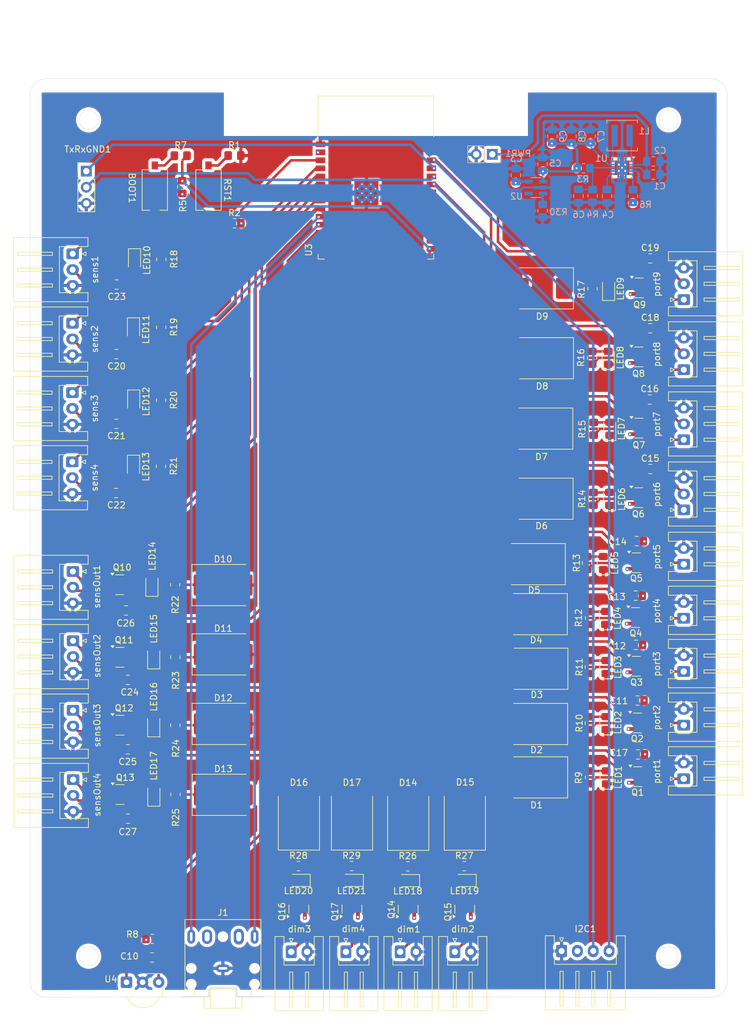
<source format=kicad_pcb>
(kicad_pcb (version 20240108) (generator "pcbnew") (generator_version "8.0")
  (layers (0 "F.Cu" signal) (1 "In1.Cu" power "5v.Cu") (2 "In2.Cu" mixed "3v3.Cu") (31 "B.Cu" signal) (34 "B.Paste" user) (35 "F.Paste" user) (36 "B.SilkS" user "B.Silkscreen") (37 "F.SilkS" user "F.Silkscreen") (38 "B.Mask" user) (39 "F.Mask" user) (44 "Edge.Cuts" user))
  (net 0 "")
  (net 1 "dim4")
  (net 2 "Net-(BOOT1-Pad1)")
  (net 3 "+5V")
  (net 4 "Net-(D5-K)")
  (net 5 "Net-(D6-K)")
  (net 6 "Net-(D7-K)")
  (net 7 "Net-(LED14-A)")
  (net 8 "Net-(D9-K)")
  (net 9 "Net-(D3-K)")
  (net 10 "Net-(D11-K)")
  (net 11 "Net-(LED10-A)")
  (net 12 "Net-(LED11-A)")
  (net 13 "Net-(LED15-A)")
  (net 14 "Net-(LED16-A)")
  (net 15 "Net-(LED17-A)")
  (net 16 "Net-(U1-VAUX)")
  (net 17 "Net-(D12-K)")
  (net 18 "Net-(U1-FB)")
  (net 19 "Net-(U4-Vs)")
  (net 20 "Net-(D1-K)")
  (net 21 "Net-(D2-K)")
  (net 22 "Net-(D4-K)")
  (net 23 "port7")
  (net 24 "port8")
  (net 25 "Net-(LED1-A)")
  (net 26 "Net-(LED2-A)")
  (net 27 "Net-(LED3-A)")
  (net 28 "Net-(LED4-A)")
  (net 29 "Net-(LED5-A)")
  (net 30 "Net-(LED6-A)")
  (net 31 "Net-(LED7-A)")
  (net 32 "Net-(LED8-A)")
  (net 33 "Net-(LED9-A)")
  (net 34 "Net-(D8-K)")
  (net 35 "Net-(PWR1-Pin_1)")
  (net 36 "port1")
  (net 37 "port2")
  (net 38 "port3")
  (net 39 "port4")
  (net 40 "port5")
  (net 41 "port6")
  (net 42 "port9")
  (net 43 "Net-(LED12-A)")
  (net 44 "Net-(LED13-A)")
  (net 45 "Net-(D10-K)")
  (net 46 "Net-(D13-K)")
  (net 47 "dim3")
  (net 48 "sens1")
  (net 49 "sens3")
  (net 50 "sensOut4")
  (net 51 "sens4")
  (net 52 "+3.3V")
  (net 53 "dim1")
  (net 54 "dim2")
  (net 55 "sensOut3")
  (net 56 "sens2")
  (net 57 "Net-(U3-IO26)")
  (net 58 "sensOut2")
  (net 59 "Net-(U3-IO25)")
  (net 60 "sensOut1")
  (net 61 "Net-(U3-EN)")
  (net 62 "Net-(R1-Pad1)")
  (net 67 "Net-(U1-L1)")
  (net 68 "Net-(U1-L2)")
  (net 69 "Net-(U1-PG)")
  (net 70 "Net-(U2-EN)")
  (net 71 "GND")
  (net 73 "Net-(TxRxGND1-Pin_1)")
  (net 74 "Net-(TxRxGND1-Pin_2)")
  (net 77 "Net-(U3-IO12)")
  (net 83 "Net-(LED18-A)")
  (net 84 "Net-(LED19-A)")
  (net 85 "Net-(LED20-A)")
  (net 86 "Net-(LED21-A)")
  (net 87 "Net-(D14-K)")
  (net 88 "Net-(D15-K)")
  (net 89 "Net-(D16-K)")
  (net 90 "Net-(D17-K)")
  (footprint "LED_SMD:LED_0805_2012Metric_Pad1.15x1.40mm_HandSolder" (layer "F.Cu") (at 55.198 144.533 90)
    (property "Reference" "LED17")
    (property "Value" "LED")
  )
  (footprint "Package_TO_SOT_SMD:SOT-23" (layer "F.Cu") (at 49.843 122.894)
    (property "Reference" "Q11")
    (property "Value" "IRLML6244")
  )
  (footprint "LED_SMD:LED_0805_2012Metric_Pad1.15x1.40mm_HandSolder" (layer "F.Cu") (at 126.46 116.675 90)
    (property "Reference" "LED4")
    (property "Value" "GREEN_0805")
  )
  (footprint "Resistor_SMD:R_0805_2012Metric_Pad1.20x1.40mm_HandSolder" (layer "F.Cu") (at 67.92 54.39)
    (property "Reference" "R2")
    (property "Value" "12K")
  )
  (footprint "Capacitor_SMD:C_0805_2012Metric_Pad1.18x1.45mm_HandSolder" (layer "F.Cu") (at 49.3 64.062)
    (property "Reference" "C23")
    (property "Value" "C")
  )
  (footprint "Package_TO_SOT_SMD:SOT-23" (layer "F.Cu") (at 78.0755 162.626 90)
    (property "Reference" "Q16")
    (property "Value" "IRLML6244")
  )
  (footprint "Resistor_SMD:R_0805_2012Metric_Pad1.20x1.40mm_HandSolder" (layer "F.Cu") (at 124.04 116.7 90)
    (property "Reference" "R12")
    (property "Value" "12K")
  )
  (footprint "LED_SMD:LED_0805_2012Metric_Pad1.15x1.40mm_HandSolder" (layer "F.Cu") (at 127.09 97.8875 90)
    (property "Reference" "LED6")
    (property "Value" "GREEN_0805")
  )
  (footprint "Resistor_SMD:R_0805_2012Metric_Pad1.20x1.40mm_HandSolder" (layer "F.Cu") (at 124.03 141.845 90)
    (property "Reference" "R9")
    (property "Value" "12K")
  )
  (footprint "Connector_JST:JST_XH_S3B-XH-A_1x03_P2.50mm_Horizontal" (layer "F.Cu") (at 42.39 59.21 -90)
    (property "Reference" "sens1")
    (property "Value" "Conn_01x03_Pin")
  )
  (footprint "Connector_PinHeader_2.54mm:PinHeader_1x03_P2.54mm_Vertical" (layer "F.Cu") (at 44.54 46.16)
    (property "Reference" "TxRxGND1")
    (property "Value" "Conn_01x03_Pin")
  )
  (footprint "Capacitor_SMD:C_0805_2012Metric_Pad1.18x1.45mm_HandSolder" (layer "F.Cu") (at 133.5225 93.18)
    (property "Reference" "C15")
    (property "Value" "100nF")
  )
  (footprint "Capacitor_SMD:C_0805_2012Metric_Pad1.18x1.45mm_HandSolder" (layer "F.Cu") (at 51.092 137.424 180)
    (property "Reference" "C25")
    (property "Value" "C")
  )
  (footprint "LED_SMD:LED_0805_2012Metric_Pad1.15x1.40mm_HandSolder" (layer "F.Cu") (at 126.52 124.4275 90)
    (property "Reference" "LED3")
    (property "Value" "GREEN_0805")
  )
  (footprint "Diode_SMD:D_SMC" (layer "F.Cu") (at 115.52 116.08 180)
    (property "Reference" "D4")
    (property "Value" "B340")
  )
  (footprint "Resistor_SMD:R_0805_2012Metric_Pad1.20x1.40mm_HandSolder" (layer "F.Cu") (at 58.5595 111.434 -90)
    (property "Reference" "R22")
    (property "Value" "R")
  )
  (footprint "Package_TO_SOT_SMD:SOT-23" (layer "F.Cu") (at 131.7125 75.48)
    (property "Reference" "Q8")
    (property "Value" "IRLML6244")
  )
  (footprint "Connector_JST:JST_XH_S2B-XH-A_1x02_P2.50mm_Horizontal" (layer "F.Cu") (at 138.81 108.21 90)
    (property "Reference" "port5")
    (property "Value" "JST_XH_2POS")
  )
  (footprint "Resistor_SMD:R_0805_2012Metric_Pad1.20x1.40mm_HandSolder" (layer "F.Cu") (at 54.95 167.34 180)
    (property "Reference" "R8")
    (property "Value" "470R")
  )
  (footprint "LED_SMD:LED_0805_2012Metric_Pad1.15x1.40mm_HandSolder" (layer "F.Cu") (at 51.99 71.175 -90)
    (property "Reference" "LED11")
    (property "Value" "GREEN_0805")
  )
  (footprint "Package_TO_SOT_SMD:SOT-23" (layer "F.Cu") (at 49.8435 133.614)
    (property "Reference" "Q12")
    (property "Value" "IRLML6244")
  )
  (footprint "Package_TO_SOT_SMD:SOT-23" (layer "F.Cu") (at 131.3225 124.31)
    (property "Reference" "Q3")
    (property "Value" "IRLML6244")
  )
  (footprint "LED_SMD:LED_0805_2012Metric_Pad1.15x1.40mm_HandSolder" (layer "F.Cu") (at 126.57 141.845 90)
    (property "Reference" "LED1")
    (property "Value" "GREEN_0805")
  )
  (footprint "Package_TO_SOT_SMD:SOT-23" (layer "F.Cu") (at 131.7025 97.7)
    (property "Reference" "Q6")
    (property "Value" "IRLML6244")
  )
  (footprint "Diode_SMD:D_SMC" (layer "F.Cu") (at 66.17 144.602)
    (property "Reference" "D13")
    (property "Value" "B340")
  )
  (footprint "Package_TO_SOT_SMD:SOT-23" (layer "F.Cu") (at 131.79 64.5875)
    (property "Reference" "Q9")
    (property "Value" "IRLML6244")
  )
  (footprint "Package_TO_SOT_SMD:SOT-23" (layer "F.Cu") (at 131.5075 133.26)
    (property "Reference" "Q2")
    (property "Value" "IRLML6244")
  )
  (footprint "Resistor_SMD:R_0805_2012Metric_Pad1.20x1.40mm_HandSolder" (layer "F.Cu") (at 56.34 82.32 90)
    (property "Reference" "R20")
    (property "Value" "R")
  )
  (footprint "Resistor_SMD:R_0805_2012Metric_Pad1.20x1.40mm_HandSolder" (layer "F.Cu") (at 124.55 97.8875 90)
    (property "Reference" "R14")
    (property "Value" "12K")
  )
  (footprint "Package_TO_SOT_SMD:SOT-23" (layer "F.Cu") (at 131.347 107.9735)
    (property "Reference" "Q5")
    (property "Value" "IRLML6244")
  )
  (footprint "LED_SMD:LED_0805_2012Metric_Pad1.15x1.40mm_HandSolder" (layer "F.Cu") (at 54.8935 111.414 90)
    (property "Reference" "LED14")
    (property "Value" "LED")
  )
  (footprint "Diode_SMD:D_SMC" (layer "F.Cu") (at 104.266 148.4275 90)
    (property "Reference" "D15")
    (property "Value" "B340")
  )
  (footprint "LED_SMD:LED_0805_2012Metric_Pad1.15x1.40mm_HandSolder" (layer "F.Cu") (at 52.022 82.565 -90)
    (property "Reference" "LED12")
    (property "Value" "GREEN_0805")
  )
  (footprint "Diode_SMD:D_SMC" (layer "F.Cu") (at 116.39 86.8 180)
    (property "Reference" "D7")
    (property "Value" "B340")
  )
  (footprint "OptoDevice:Vishay_MOLD-3Pin" (layer "F.Cu") (at 50.88 174.185)
    (property "Reference" "U4")
    (property "Value" "TSOP45xx")
  )
  (footprint "Capacitor_SMD:C_0805_2012Metric_Pad1.18x1.45mm_HandSolder" (layer "F.Cu") (at 51.112 148.364 180)
    (property "Reference" "C27")
    (property "Value" "C")
  )
  (footprint "Resistor_SMD:R_0805_2012Metric_Pad1.20x1.40mm_HandSolder" (layer "F.Cu") (at 123.98 133.2875 90)
    (property "Reference" "R10")
    (property "Value" "12K")
  )
  (footprint "Connector_JST:JST_XH_S3B-XH-A_1x03_P2.50mm_Horizontal" (layer "F.Cu") (at 42.45 131.26 -90)
    (property "Reference" "sensOut3")
    (property "Value" "Conn_01x03_Pin")
  )
  (footprint "Connector_JST:JST_XH_S2B-XH-A_1x02_P2.50mm_Horizontal" (layer "F.Cu") (at 138.79 116.73 90)
    (property "Reference" "port4")
    (property "Value" "JST_XH_2POS")
  )
  (footprint "Connector_JST:JST_XH_S3B-XH-A_1x03_P2.50mm_Horizontal" (layer "F.Cu") (at 138.81 99.62 90)
    (property "Reference" "port6")
    (property "Value" "JST_XH_3POS")
  )
  (footprint "Package_TO_SOT_SMD:SOT-23" (layer "F.Cu") (at 131.73 86.72)
    (property "Reference" "Q7")
    (property "Value" "IRLML6244")
  )
  (footprint "LED_SMD:LED_0805_2012Metric_Pad1.15x1.40mm_HandSolder" (layer "F.Cu") (at 95.269 158.15 180)
    (property "Reference" "LED18")
    (property "Value" "LED")
  )
  (footprint "Resistor_SMD:R_0805_2012Metric_Pad1.20x1.40mm_HandSolder" (layer "F.Cu") (at 124.35 75.6175 90)
    (property "Reference" "R16")
    (property "Value" "12K")
  )
  (footprint "Capacitor_SMD:C_0805_2012Metric_Pad1.18x1.45mm_HandSolder" (layer "F.Cu") (at 49.27 75.04)
    (property "Reference" "C20")
    (property "Value" "C")
  )
  (footprint "Capacitor_SMD:C_0805_2012Metric_Pad1.18x1.45mm_HandSolder" (layer "F.Cu") (at 49.24 96.97)
    (property "Reference" "C22")
    (property "Value" "C")
  )
  (footprint "LED_SMD:LED_0805_2012Metric_Pad1.15x1.40mm_HandSolder" (layer "F.Cu") (at 51.99 92.855 -90)
    (property "Reference" "LED13")
    (property "Value" "GREEN_0805")
  )
  (footprint "Connector_JST:JST_XH_S3B-XH-A_1x03_P2.50mm_Horizontal" (layer "F.Cu") (at 42.35 81.12 -90)
    (property "Reference" "sens3")
    (property "Value" "Conn_01x03_Pin")
  )
  (footprint "Diode_SMD:D_SMC" (layer "F.Cu") (at 66.1495 122.434)
    (property "Reference" "D11")
    (property "Value" "B340")
  )
  (footprint "Resistor_SMD:R_0805_2012Metric_Pad1.20x1.40mm_HandSolder" (layer "F.Cu") (at 59.67 48.67 90)
    (property "Reference" "R5")
    (property "Value" "12K")
  )
  (footprint "Connector_JST:JST_XH_S2B-XH-A_1x02_P2.50mm_Horizontal" (layer "F.Cu") (at 138.8 142.07 90)
    (property "Reference" "port1")
    (property "Value" "JST_XH_2POS")
  )
  (footprint "Resistor_SMD:R_0805_2012Metric_Pad1.20x1.40mm_HandSolder" (layer "F.Cu") (at 124.59 86.825 90)
    (property "Reference" "R15")
    (property "Value" "12K")
  )
  (footprint "LED_SMD:LED_0805_2012Metric_Pad1.15x1.40mm_HandSolder" (layer "F.Cu") (at 127.13 86.825 90)
    (property "Reference" "LED7")
    (property "Value" "GREEN_0805")
  )
  (footprint "Resistor_SMD:R_0805_2012Metric_Pad1.20x1.40mm_HandSolder" (layer "F.Cu") (at 123.98 124.4275 90)
    (property "Reference" "R11")
    (property "Value" "12K")
  )
  (footprint "Connector_Audio:Jack_3.5mm_CUI_SJ1-3525N_Horizontal" (layer "F.Cu") (at 66.1 171.99)
    (property "Reference" "J1")
    (property "Value" "AudioPlug3")
    (fp_line (start -2.2 3.5) (end -2.2 4.5) (stroke (width 0.12)) (layer "Edge.Cuts"))
    (fp_line (start -2.2 4.5) (end -6.5 4.5) (stroke (width 0.12)) (layer "Edge.Cuts"))
    (fp_line (start 1.8 3.1) (end -1.8 3.1) (stroke (width 0.12)) (layer "Edge.Cuts"))
    (fp_line (start 2.2 3.5) (end 2.2 4.5) (stroke (width 0.12)) (layer "Edge.Cuts"))
    (fp_line (start 2.2 4.5) (end 6.5 4.5) (stroke (width 0.12)) (layer "Edge.Cuts"))
    (fp_arc (start -2.2 3.5) (mid -2.082842 3.217158) (end -1.8 3.1) (stroke (width 0.12)) (layer "Edge.Cuts"))
    (fp_arc (start 1.8 3.1) (mid 2.082843 3.217157) (end 2.2 3.5) (stroke (width 0.12)) (layer "Edge.Cuts"))
  )
  (footprint "LED_SMD:LED_0805_2012Metric_Pad1.15x1.40mm_HandSolder" (layer "F.Cu") (at 126.52 133.2875 90)
    (property "Reference" "LED2")
    (property "Value" "GREEN_0805")
  )
  (footprint "Capacitor_SMD:C_0805_2012Metric_Pad1.18x1.45mm_HandSolder" (layer "F.Cu") (at 133.4425 82.2)
    (property "Reference" "C16")
    (property "Value" "100nF")
  )
  (footprint "Diode_SMD:D_SMC" (layer "F.Cu") (at 66.1195 111.492)
    (property "Reference" "D10")
    (property "Value" "B340")
  )
  (footprint "Capacitor_SMD:C_0805_2012Metric_Pad1.18x1.45mm_HandSolder" (layer "F.Cu") (at 50.8075 115.508 180)
    (property "Reference" "C26")
    (property "Value" "C")
  )
  (footprint "Resistor_SMD:R_0805_2012Metric_Pad1.20x1.40mm_HandSolder" (layer "F.Cu") (at 56.32 92.742 90)
    (property "Reference" "R21")
    (property "Value" "R")
  )
  (footprint "Resistor_SMD:R_0805_2012Metric_Pad1.20x1.40mm_HandSolder" (layer "F.Cu") (at 123.56 108.016 90)
    (property "Reference" "R13")
    (property "Value" "12K")
  )
  (footprint "LED_SMD:LED_0805_2012Metric_Pad1.15x1.40mm_HandSolder" (layer "F.Cu") (at 126.89 75.6175 90)
    (property "Reference" "LED8")
    (property "Value" "GREEN_0805")
  )
  (footprint "Connector_JST:JST_XH_S2B-XH-A_1x02_P2.50mm_Horizontal" (layer "F.Cu") (at 138.8 133.6 90)
    (property "Reference" "port2")
    (property "Value" "JST_XH_2POS")
  )
  (footprint "Diode_SMD:D_SMC" (layer "F.Cu") (at 86.4615 148.4135 90)
    (property "Reference" "D17")
    (property "Value" "B340")
  )
  (footprint "Diode_SMD:D_SMC" (layer "F.Cu") (at 115.58 133.42 180)
    (property "Reference" "D2")
    (property "Value" "B340")
  )
  (footprint "LED_SMD:LED_0805_2012Metric_Pad1.15x1.40mm_HandSolder" (layer "F.Cu") (at 55.178 133.584 90)
    (property "Reference" "LED16")
    (property "Value" "LED")
  )
  (footprint "Diode_SMD:D_SMC" (layer "F.Cu") (at 115.5775 141.85 180)
    (property "Reference" "D1")
    (property "Value" "B340")
  )
  (footprint "Connector_JST:JST_XH_S2B-XH-A_1x02_P2.50mm_Horizontal" (layer "F.Cu") (at 102.69 169.38)
    (property "Reference" "dim2")
    (property "Value" "Conn_01x02_Pin")
  )
  (footprint "Diode_SMD:D_SMC" (layer "F.Cu") (at 78.0855 148.4135 90)
    (property "Reference" "D16")
    (property "Value" "B340")
  )
  (footprint "Capacitor_SMD:C_0805_2012Metric_Pad1.18x1.45mm_HandSolder" (layer "F.Cu") (at 131.5 129.72)
    (property "Reference" "C11")
    (property "Value" "100nF")
  )
  (footprint "Connector_JST:JST_XH_S2B-XH-A_1x02_P2.50mm_Horizontal" (layer "F.Cu") (at 138.8 125.13 90)
    (property "Reference" "port3")
    (property "Value" "JST_XH_2POS")
  )
  (footprint "Resistor_SMD:R_0805_2012Metric_Pad1.20x1.40mm_HandSolder" (layer "F.Cu") (at 58.61 144.544 -90)
    (property "Reference" "R25")
    (property "Value" "R")
  )
  (footprint "Diode_SMD:D_SMC" (layer "F.Cu") (at 95.334 148.4575 90)
    (property "Reference" "D14")
    (property "Value" "B340")
  )
  (footprint "Capacitor_SMD:C_0805_2012Metric_Pad1.18x1.45mm_HandSolder" (layer "F.Cu") (at 131.58 138.23)
    (property "Reference" "C17")
    (property "Value" "100nF")
  )
  (footprint "Connector_JST:JST_XH_S2B-XH-A_1x02_P2.50mm_Horizontal" (layer "F.Cu") (at 76.87 169.38)
    (property "Reference" "dim3")
    (property "Value" "Conn_01x02_Pin")
  )
  (footprint "Diode_SMD:D_SMC" (layer "F.Cu") (at 116.5 75.69 180)
    (property "Reference" "D8")
    (property "Value" "B340")
  )
  (footprint "Package_TO_SOT_SMD:SOT-23" (layer "F.Cu") (at 86.4515 162.626 90)
    (property "Reference" "Q17")
    (property "Value" "IRLML6244")
  )
  (footprint "Package_TO_SOT_SMD:SOT-23" (layer "F.Cu") (at 49.8635 144.554)
    (property "Reference" "Q13")
    (property "Value" "IRLML6244")
  )
  (footprint "Connector_JST:JST_XH_S4B-XH-A_1x04_P2.50mm_Horizontal" (layer "F.Cu") (at 119.53 169.26)
    (property "Reference" "I2C1")
    (property "Value" "Conn_01x04_Pin")
  )
  (footprint "Diode_SMD:D_SMC" (layer "F.Cu") (at 116.43 97.86 180)
    (property "Reference" "D6")
    (property "Value" "B340")
  )
  (footprint "Package_TO_SOT_SMD:SOT-23" (layer "F.Cu") (at 104.256 162.64 90)
    (property "Reference" "Q15")
    (property "Value" "IRLML6244")
  )
  (footprint "LED_SMD:LED_0805_2012Metric_Pad1.15x1.40mm_HandSolder" (layer "F.Cu") (at 52.15 60.265 -90)
    (property "Reference" "LED10")
    (property "Value" "GREEN_0805")
  )
  (footprint "Connector_JST:JST_XH_S2B-XH-A_1x02_P2.50mm_Horizontal" (layer "F.Cu") (at 85.5 169.38)
    (property "Reference" "dim4")
    (property "Value" "Conn_01x02_Pin")
  )
  (footprint "Diode_SMD:D_SMC" (layer "F.Cu") (at 115.62 124.7 180)
    (property "Reference" "D3")
    (property "Value" "B340")
  )
  (footprint "Capacitor_SMD:C_0805_2012Metric_Pad1.18x1.45mm_HandSolder" (layer "F.Cu") (at 49.26 86.04)
    (property "Reference" "C21")
    (property "Value" "C")
  )
  (footprint "Package_TO_SOT_SMD:SOT-23" (layer "F.Cu") (at 95.324 162.67 90)
    (property "Reference" "Q14")
    (property "Value" "IRLML6244")
  )
  (footprint "Capacitor_SMD:C_0805_2012Metric_Pad1.18x1.45mm_HandSolder" (layer "F.Cu") (at 131.2685 120.9275)
    (property "Reference" "C12")
    (property "Value" "100nF")
  )
  (footprint "Connector_JST:JST_XH_S3B-XH-A_1x03_P2.50mm_Horizontal" (layer "F.Cu") (at 42.36 70.16 -90)
    (property "Reference" "sens2")
    (property "Value" "Conn_01x03_Pin")
  )
  (footprint "Diode_SMD:D_SMC" (layer "F.Cu") (at 66.15 133.408)
    (property "Reference" "D12")
    (property "Value" "B340")
  )
  (footprint "Connector_JST:JST_XH_S3B-XH-A_1x03_P2.50mm_Horizontal" (layer "F.Cu") (at 138.81 77.5 90)
    (property "Reference" "port8")
    (property "Value" "JST_XH_3POS")
  )
  (footprint "Capacitor_SMD:C_0805_2012Metric_Pad1.18x1.45mm_HandSolder" (layer "F.Cu") (at 133.51 70.96)
    (property "Reference" "C18")
    (property "Value" "100nF")
  )
  (footprint "Resistor_SMD:R_0805_2012Metric_Pad1.20x1.40mm_HandSolder" (layer "F.Cu") (at 59.43 43.72)
    (property "Reference" "R7")
    (property "Value" "470R")
  )
  (footprint "Connector_JST:JST_XH_S3B-XH-A_1x03_P2.50mm_Horizontal" (layer "F.Cu") (at 138.81 88.56 90)
    (property "Reference" "port7")
    (property "Value" "JST_XH_3POS")
  )
  (footprint "Package_TO_SOT_SMD:SOT-23" (layer "F.Cu") (at 131.5525 141.734)
    (property "Reference" "Q1")
    (property "Value" "IRLML6244")
  )
  (footprint "Package_TO_SOT_SMD:SOT-23" (layer "F.Cu") (at 49.813 111.444)
    (property "Reference" "Q10")
    (property "Value" "IRLML6244")
  )
  (footprint "Button_Switch_SMD:SW_Tactile_SPST_NO_Straight_CK_PTS636Sx25SMTRLFS" (layer "F.Cu") (at 63.82 49.135 -90)
    (property "Reference" "RST1")
    (property "Value" "SW_Push")
  )
  (footprint "LED_SMD:LED_0805_2012Metric_Pad1.15x1.40mm_HandSolder" (layer "F.Cu") (at 126.95 64.715 90)
    (property "Reference" "LED9")
    (property "Value" "GREEN_0805")
  )
  (footprint "Connector_JST:JST_XH_S3B-XH-A_1x03_P2.50mm_Horizontal" (layer "F.Cu") (at 138.81 66.44 90)
    (property "Reference" "port9")
    (property "Value" "JST_XH_3POS")
  )
  (footprint "Resistor_SMD:R_0805_2012Metric_Pad1.20x1.40mm_HandSolder" (layer "F.Cu") (at 124.41 64.715 90)
    (property "Reference" "R17")
    (property "Value" "12K")
  )
  (footprint "Resistor_SMD:R_0805_2012Metric_Pad1.20x1.40mm_HandSolder" (layer "F.Cu") (at 67.92 43.7)
    (property "Reference" "R1")
    (property "Value" "470R")
  )
  (footprint "Resistor_SMD:R_0805_2012Metric_Pad1.20x1.40mm_HandSolder" (layer "F.Cu") (at 58.5895 122.884 -90)
    (property "Reference" "R23")
    (property "Value" "R")
  )
  (footprint "Capacitor_SMD:C_0805_2012Metric_Pad1.18x1.45mm_HandSolder" (layer "F.Cu") (at 131.2325 113.16)
    (property "Reference" "C13")
    (property "Value" "100nF")
  )
  (footprint "Connector_JST:JST_XH_S3B-XH-A_1x03_P2.50mm_Horizontal" (layer "F.Cu") (at 42.4495 120.286 -90)
    (property "Reference" "sensOut2")
    (property "Value" "Conn_01x03_Pin")
  )
  (footprint "Resistor_SMD:R_0805_2012Metric_Pad1.20x1.40mm_HandSolder" (layer "F.Cu") (at 56.35 70.812 90)
    (property "Reference" "R19")
    (property "Value" "R")
  )
  (footprint "Package_TO_SOT_SMD:SOT-23" (layer "F.Cu") (at 131.2225 116.62)
    (property "Reference" "Q4")
    (property "Value" "IRLML6244")
  )
  (footprint "Capacitor_SMD:C_0805_2012Metric_Pad1.18x1.45mm_HandSolder" (layer "F.Cu") (at 51.0915 126.45 180)
    (property "Reference" "C24")
    (property "Value" "C")
  )
  (footprint "Resistor_SMD:R_0805_2012Metric_Pad1.20x1.40mm_HandSolder" (layer "F.Cu") (at 56.38 60.088 90)
    (property "Reference" "R18")
    (property "Value" "R")
  )
  (footprint "LED_SMD:LED_0805_2012Metric_Pad1.15x1.40mm_HandSolder" (layer "F.Cu") (at 86.3965 158.106 180)
    (property "Reference" "LED21")
    (property "Value" "LED")
  )
  (footprint "RF_Module:ESP32-WROOM-32D" (layer "F.Cu") (at 90.24 50.16)
    (property "Reference" "U3")
    (property "Value" "ESP32-WROOM-32E")
  )
  (footprint "Button_Switch_SMD:SW_Tactile_SPST_NO_Straight_CK_PTS636Sx25SMTRLFS" (layer "F.Cu") (at 55.35 49.135 -90)
    (property "Reference" "BOOT1")
    (property "Value" "SW_Push")
  )
  (footprint "Diode_SMD:D_SMC" (layer "F.Cu") (at 116.5 64.66 180)
    (property "Reference" "D9")
    (property "Value" "B340")
  )
  (footprint "LED_SMD:LED_0805_2012Metric_Pad1.15x1.40mm_HandSolder" (layer "F.Cu") (at 78.0205 158.106 180)
    (property "Reference" "LED20")
    (property "Value" "LED")
  )
  (footprint "Connector_JST:JST_XH_S3B-XH-A_1x03_P2.50mm_Horizontal" (layer "F.Cu") (at 42.33 92.05 -90)
    (property "Reference" "sens4")
    (property "Value" "Conn_01x03_Pin")
  )
  (footprint "LED_SMD:LED_0805_2012Metric_Pad1.15x1.40mm_HandSolder" (layer "F.Cu") (at 55.1775 122.864 90)
    (property "Reference" "LED15")
    (property "Value" "LED")
  )
  (footprint "LED_SMD:LED_0805_2012Metric_Pad1.15x1.40mm_HandSolder" (layer "F.Cu") (at 126.1 108.016 90)
    (property "Reference" "LED5")
    (property "Value" "GREEN_0805")
  )
  (footprint "Connector_JST:JST_XH_S2B-XH-A_1x02_P2.50mm_Horizontal" (layer "F.Cu") (at 94.06 169.38)
    (property "Reference" "dim1")
    (property "Value" "Conn_01x02_Pin")
  )
  (footprint "Connector_JST:JST_XH_S3B-XH-A_1x03_P2.50mm_Horizontal" (layer "F.Cu") (at 42.47 142.2 -90)
    (property "Reference" "sensOut4")
    (property "Value" "Conn_01x03_Pin")
  )
  (footprint "Resistor_SMD:R_0805_2012Metric_Pad1.20x1.40mm_HandSolder" (layer "F.Cu") (at 95.264 155.89)
    (property "Reference" "R26")
    (property "Value" "R")
  )
  (footprint "Resistor_SMD:R_0805_2012Metric_Pad1.20x1.40mm_HandSolder" (layer "F.Cu") (at 104.18 155.86)
    (property "Reference" "R27")
    (property "Value" "R")
  )
  (footprint "Capacitor_SMD:C_0805_2012Metric_Pad1.18x1.45mm_HandSolder" (layer "F.Cu") (at 131.3825 104.55)
    (property "Reference" "C14")
    (property "Value" "100nF")
  )
  (footprint "LED_SMD:LED_0805_2012Metric_Pad1.15x1.40mm_HandSolder" (layer "F.Cu") (at 104.201 158.12 180)
    (property "Reference" "LED19")
    (property "Value" "LED")
  )
  (footprint "Capacitor_SMD:C_0805_2012Metric_Pad1.18x1.45mm_HandSolder" (layer "F.Cu") (at 54.9125 170.28)
    (property "Reference" "C10")
    (property "Value" "100nF")
  )
  (footprint "Resistor_SMD:R_0805_2012Metric_Pad1.20x1.40mm_HandSolder" (layer "F.Cu") (at 86.3915 155.846)
    (property "Reference" "R29")
    (property "Value" "R")
  )
  (footprint "Capacitor_SMD:C_0805_2012Metric_Pad1.18x1.45mm_HandSolder" (layer "F.Cu") (at 133.51 59.93)
    (property "Reference" "C19")
    (property "Value" "100nF")
  )
  (footprint "Connector_JST:JST_XH_S3B-XH-A_1x03_P2.50mm_Horizontal" (layer "F.Cu") (at 42.4195 109.344 -90)
    (property "Reference" "sensOut1")
    (property "Value" "Conn_01x03_Pin")
  )
  (footprint "Diode_SMD:D_SMC" (layer "F.Cu") (at 115.2095 108.194 180)
    (property "Reference" "D5")
    (property "Value" "B340")
  )
  (footprint "Resistor_SMD:R_0805_2012Metric_Pad1.20x1.40mm_HandSolder" (layer "F.Cu") (at 58.59 133.62 -90)
    (property "Reference" "R24")
    (property "Value" "R")
  )
  (footprint "Resistor_SMD:R_0805_2012Metric_Pad1.20x1.40mm_HandSolder" (layer "F.Cu") (at 78.0155 155.846)
    (property "Reference" "R28")
    (property "Value" "R")
  )
  (footprint "Capacitor_SMD:C_0805_2012Metric_Pad1.18x1.45mm_HandSolder" (layer "B.Cu") (at 118.08 40.6625 90)
    (property "Reference" "C9")
    (property "Value" "22uF")
  )
  (footprint "Resistor_SMD:R_0805_2012Metric_Pad1.20x1.40mm_HandSolder" (layer "B.Cu") (at 124.43 50.06 90)
    (property "Reference" "R4")
    (property "Value" "111K")
  )
  (footprint "Capacitor_SMD:C_0805_2012Metric_Pad1.18x1.45mm_HandSolder" (layer "B.Cu") (at 122.19 50.08 -90)
    (property "Reference" "C6")
    (property "Value" "10pF")
  )
  (footprint "Connector_PinHeader_2.54mm:PinHeader_1x02_P2.54mm_Vertical" (layer "B.Cu") (at 108.6 43.5 90)
    (property "Reference" "PWR1")
    (property "Value" "Conn_01x02_Pin")
  )
  (footprint "Package_SON:Texas_S-PWSON-N10_ThermalVias" (layer "B.Cu") (at 129.07 45.6275 180)
    (property "Reference" "U1")
    (property "Value" "TPS63060")
  )
  (footprint "Resistor_SMD:R_0805_2012Metric_Pad1.20x1.40mm_HandSolder" (layer "B.Cu") (at 130.78 50.1075 -90)
    (property "Reference" "R6")
    (property "Value" "1M")
  )
  (footprint "Resistor_SMD:R_0805_2012Metric_Pad1.20x1.40mm_HandSolder" (layer "B.Cu") (at 122.99 45.7075 180)
    (property "Reference" "R3")
    (property "Value" "1M")
  )
  (footprint "Resistor_SMD:R_0805_2012Metric_Pad1.20x1.40mm_HandSolder" (layer "B.Cu") (at 116.5475 52.4 90)
    (property "Reference" "R30")
    (property "Value" "12K")
  )
  (footprint "Capacitor_SMD:C_0805_2012Metric_Pad1.18x1.45mm_HandSolder" (layer "B.Cu") (at 126.7 50.1 -90)
    (property "Reference" "C4")
    (property "Value" ".1uF")
  )
  (footprint "Capacitor_SMD:C_0805_2012Metric_Pad1.18x1.45mm_HandSolder" (layer "B.Cu") (at 121.09 40.6625 90)
    (property "Reference" "C8")
    (property "Value" "22uF")
  )
  (footprint "Capacitor_SMD:C_0805_2012Metric_Pad1.18x1.45mm_HandSolder" (layer "B.Cu") (at 116.5275 45.0485 90)
    (property "Reference" "C5")
    (property "Value" "1uF")
  )
  (footprint "Capacitor_SMD:C_0805_2012Metric_Pad1.18x1.45mm_HandSolder" (layer "B.Cu") (at 112.3195 46.8 90)
    (property "Reference" "C3")
    (property "Value" "1uF")
  )
  (footprint "Capacitor_SMD:C_0805_2012Metric_Pad1.18x1.45mm_HandSolder" (layer "B.Cu") (at 124.1 40.6625 90)
    (property "Reference" "C7")
    (property "Value" "22uF")
  )
  (footprint "Package_TO_SOT_SMD:SOT-23-5" (layer "B.Cu") (at 115.4625 48.75 180)
    (property "Reference" "U2")
    (property "Value" "AP2127K-3.3")
  )
  (footprint "Capacitor_SMD:C_0805_2012Metric_Pad1.18x1.45mm_HandSolder" (layer "B.Cu") (at 134.0055 44.6315)
    (property "Reference" "C2")
    (property "Value" "10uF")
  )
  (footprint "Capacitor_SMD:C_0805_2012Metric_Pad1.18x1.45mm_HandSolder" (layer "B.Cu") (at 134.003 46.6915 180)
    (property "Reference" "C1")
    (property "Value" "10uF")
  )
  (footprint "Inductor_SMD:L_Coilcraft_XAL4020-XXX" (layer "B.Cu") (at 129.09 40.5375)
    (property "Reference" "L1")
    (property "Value" "L")
  )
  (gr_line (start 72.6 176.49) (end 143.16 176.56) (stroke (width 0.05)) (layer "Edge.Cuts"))
  (gr_arc (start 143.16 31.57) (mid 144.927767 32.302233) (end 145.66 34.07) (stroke (width 0.05)) (layer "Edge.Cuts"))
  (gr_arc (start 35.66 34.07) (mid 36.392233 32.302233) (end 38.16 31.57) (stroke (width 0.05)) (layer "Edge.Cuts"))
  (gr_circle (center 44.91 170.07) (end 46.41 170.07) (stroke (width 0.05)) (fill none) (layer "Edge.Cuts"))
  (gr_line (start 145.66 34.07) (end 145.66 174.06) (stroke (width 0.05)) (layer "Edge.Cuts"))
  (gr_line (start 143.16 31.57) (end 38.16 31.57) (stroke (width 0.05)) (layer "Edge.Cuts"))
  (gr_circle (center 136.41 170.07) (end 137.91 170.07) (stroke (width 0.05)) (fill none) (layer "Edge.Cuts"))
  (gr_arc (start 38.16 176.55) (mid 36.392233 175.817767) (end 35.66 174.05) (stroke (width 0.05)) (layer "Edge.Cuts"))
  (gr_line (start 38.16 176.55) (end 59.6 176.49) (stroke (width 0.05)) (layer "Edge.Cuts"))
  (gr_line (start 35.66 34.07) (end 35.66 174.05) (stroke (width 0.05)) (layer "Edge.Cuts"))
  (gr_circle (center 136.41 38.07) (end 137.91 38.07) (stroke (width 0.05)) (fill none) (layer "Edge.Cuts"))
  (gr_circle (center 44.91 38.07) (end 46.41 38.07) (stroke (width 0.05)) (fill none) (layer "Edge.Cuts"))
  (gr_arc (start 145.66 174.06) (mid 144.927767 175.827767) (end 143.16 176.56) (stroke (width 0.05)) (layer "Edge.Cuts"))
  (segment (start 59.7 47.7) (end 59.67 44.48) (width 0.4) (layer "F.Cu") (net 1))
  (segment (start 103.306 163.5775) (end 99.8 160.0715) (width 0.4) (layer "F.Cu") (net 1))
  (segment (start 59.67 47.67) (end 59.7 47.7) (width 0.4) (layer "F.Cu") (net 1))
  (segment (start 98.99 139.19) (end 98.7 58.4) (width 0.4) (layer "F.Cu") (net 1))
  (segment (start 99.8 160.0715) (end 99.8 140) (width 0.4) (layer "F.Cu") (net 1))
  (segment (start 59.67 44.48) (end 60.43 43.72) (width 0.4) (layer "F.Cu") (net 1))
  (segment (start 99.8 140) (end 98.99 139.19) (width 0.4) (layer "F.Cu") (net 1))
  (segment (start 98.7 58.4) (end 98.99 58.42) (width 0.4) (layer "F.Cu") (net 1))
  (via (at 59.7 47.7) (size 0.6) (drill 0.3) (layers "F.Cu" "B.Cu") (net 1))
  (via (at 98.7 58.4) (size 0.6) (drill 0.3) (layers "F.Cu" "B.Cu") (net 1))
  (segment (start 59.7 47.7) (end 63.73 51.73) (width 0.4) (layer "B.Cu") (net 1))
  (segment (start 92.03 51.73) (end 98.7 58.4) (width 0.4) (layer "B.Cu") (net 1))
  (segment (start 63.73 51.73) (end 92.03 51.73) (width 0.4) (layer "B.Cu") (net 1))
  (segment (start 56.89 45.26) (end 58.43 43.72) (width 0.4) (layer "F.Cu") (net 2))
  (segment (start 55.35 45.26) (end 56.89 45.26) (width 0.4) (layer "F.Cu") (net 2))
  (segment (start 48.9055 123.844) (end 48.9055 125.3015) (width 0.4) (layer "F.Cu") (net 3))
  (segment (start 134.87 93.18) (end 138.81 97.12) (width 0.4) (layer "F.Cu") (net 3))
  (segment (start 48.906 136.2755) (end 50.0545 137.424) (width 0.4) (layer "F.Cu") (net 3))
  (segment (start 48.8755 112.394) (end 48.8755 114.6135) (width 0.4) (layer "F.Cu") (net 3))
  (segment (start 42.45 133.76) (end 43.254 134.564) (width 0.4) (layer "F.Cu") (net 3))
  (segment (start 42.4195 111.844) (end 42.9695 112.394) (width 0.4) (layer "F.Cu") (net 3))
  (segment (start 43.5075 123.844) (end 48.9055 123.844) (width 0.4) (layer "F.Cu") (net 3))
  (segment (start 44.77 86.04) (end 42.35 83.62) (width 0.4) (layer "F.Cu") (net 3))
  (segment (start 50.0745 148.364) (end 50.0745 146.6525) (width 0.4) (layer "F.Cu") (net 3))
  (segment (start 44.742 64.062) (end 42.39 61.71) (width 0.4) (layer "F.Cu") (net 3))
  (segment (start 48.2625 64.062) (end 44.742 64.062) (width 0.4) (layer "F.Cu") (net 3))
  (segment (start 43.254 134.564) (end 48.906 134.564) (width 0.4) (layer "F.Cu") (net 3))
  (segment (start 44.74 75.04) (end 42.36 72.66) (width 0.4) (layer "F.Cu") (net 3))
  (segment (start 48.2225 86.04) (end 44.77 86.04) (width 0.4) (layer "F.Cu") (net 3))
  (segment (start 43.274 145.504) (end 42.47 144.7) (width 0.4) (layer "F.Cu") (net 3))
  (segment (start 48.906 134.564) (end 48.906 136.2755) (width 0.4) (layer "F.Cu") (net 3))
  (segment (start 134.48 82.2) (end 138.34 86.06) (width 0.4) (layer "F.Cu") (net 3))
  (segment (start 44.75 96.97) (end 42.33 94.55) (width 0.4) (layer "F.Cu") (net 3))
  (segment (start 42.9695 112.394) (end 48.8755 112.394) (width 0.4) (layer "F.Cu") (net 3))
  (segment (start 138.34 86.06) (end 138.81 86.06) (width 0.4) (layer "F.Cu") (net 3))
  (segment (start 42.4495 122.786) (end 43.5075 123.844) (width 0.4) (layer "F.Cu") (net 3))
  (segment (start 48.2025 96.97) (end 44.75 96.97) (width 0.4) (layer "F.Cu") (net 3))
  (segment (start 48.926 145.504) (end 43.274 145.504) (width 0.4) (layer "F.Cu") (net 3))
  (segment (start 134.5475 70.96) (end 134.77 70.96) (width 0.4) (layer "F.Cu") (net 3))
  (segment (start 48.8755 114.6135) (end 49.77 115.508) (width 0.4) (layer "F.Cu") (net 3))
  (segment (start 48.9055 125.3015) (end 50.054 126.45) (width 0.4) (layer "F.Cu") (net 3))
  (segment (start 134.5475 59.93) (end 134.8 59.93) (width 0.4) (layer "F.Cu") (net 3))
  (segment (start 134.8 59.93) (end 138.81 63.94) (width 0.4) (layer "F.Cu") (net 3))
  (segment (start 48.2325 75.04) (end 44.74 75.04) (width 0.4) (layer "F.Cu") (net 3))
  (segment (start 134.77 70.96) (end 138.81 75) (width 0.4) (layer "F.Cu") (net 3))
  (segment (start 50.0745 146.6525) (end 48.926 145.504) (width 0.4) (layer "F.Cu") (net 3))
  (segment (start 134.56 93.18) (end 134.87 93.18) (width 0.4) (layer "F.Cu") (net 3))
  (via (at 121.1 41.9) (size 0.6) (drill 0.3) (layers "F.Cu" "B.Cu") (net 3))
  (via (at 130.4 65.6) (size 0.6) (drill 0.3) (layers "F.Cu" "B.Cu") (net 3))
  (via (at 124.1 41.8) (size 0.6) (drill 0.3) (layers "F.Cu" "B.Cu") (net 3))
  (via (at 129.9 109) (size 0.6) (drill 0.3) (layers "F.Cu" "B.Cu") (net 3))
  (via (at 132.4 121) (size 0.6) (drill 0.3) (layers "F.Cu" "B.Cu") (net 3))
  (via (at 130.3 87.7) (size 0.6) (drill 0.3) (layers "F.Cu" "B.Cu") (net 3))
  (via (at 96.3 164) (size 0.6) (drill 0.3) (layers "F.Cu" "B.Cu") (net 3))
  (via (at 132.4 113.2) (size 0.6) (drill 0.3) (layers "F.Cu" "B.Cu") (net 3))
  (via (at 54 167.5) (size 0.6) (drill 0.3) (layers "F.Cu" "B.Cu") (net 3))
  (via (at 116.6 46.2) (size 0.6) (drill 0.3) (layers "F.Cu" "B.Cu") (net 3))
  (via (at 132.7 138.2) (size 0.6) (drill 0.3) (layers "F.Cu" "B.Cu") (net 3))
  (via (at 130.1 134.2) (size 0.6) (drill 0.3) (layers "F.Cu" "B.Cu") (net 3))
  (via (at 118 41.8) (size 0.6) (drill 0.3) (layers "F.Cu" "B.Cu") (net 3))
  (via (at 130.2 142.7) (size 0.6) (drill 0.3) (layers "F.Cu" "B.Cu") (net 3))
  (via (at 79 164) (size 0.6) (drill 0.3) (layers "F.Cu" "B.Cu") (net 3))
  (via (at 130.3 76.5) (size 0.6) (drill 0.3) (layers "F.Cu" "B.Cu") (net 3))
  (via (at 132.6 129.7) (size 0.6) (drill 0.3) (layers "F.Cu" "B.Cu") (net 3))
  (via (at 121.9 45.7) (size 0.6) (drill 0.3) (layers "F.Cu" "B.Cu") (net 3))
  (via (at 129.8 117.6) (size 0.6) (drill 0.3) (layers "F.Cu" "B.Cu") (net 3))
  (via (at 105.2 163.9) (size 0.6) (drill 0.3) (layers "F.Cu" "B.Cu") (net 3))
  (via (at 130.8 51.2) (size 0.6) (drill 0.3) (layers "F.Cu" "B.Cu") (net 3))
  (via (at 129.9 125.3) (size 0.6) (drill 0.3) (layers "F.Cu" "B.Cu") (net 3))
  (via (at 130.3 98.7) (size 0.6) (drill 0.3) (layers "F.Cu" "B.Cu") (net 3))
  (via (at 87.4 163.9) (size 0.6) (drill 0.3) (layers "F.Cu" "B.Cu") (net 3))
  (via (at 132.6 104.6) (size 0.6) (drill 0.3) (layers "F.Cu" "B.Cu") (net 3))
  (segment (start 121.1 41.9) (end 121.99 42.79) (width 0.4) (layer "B.Cu") (net 3))
  (segment (start 118 41.8) (end 124.1 41.8) (width 0.4) (layer "B.Cu") (net 3))
  (segment (start 121.99 42.79) (end 121.99 45.7075) (width 0.4) (layer "B.Cu") (net 3))
  (segment (start 121.4 46.2) (end 121.9 45.7) (width 0.4) (layer "B.Cu") (net 3))
  (segment (start 116.6 46.2) (end 116.6 47.8) (width 0.4) (layer "B.Cu") (net 3))
  (segment (start 126.93 45.1275) (end 124.1 42.2975) (width 0.2) (layer "B.Cu") (net 3))
  (segment (start 116.6 46.2) (end 121.4 46.2) (width 0.4) (layer "B.Cu") (net 3))
  (segment (start 124.1 42.2975) (end 124.1 41.8) (width 0.2) (layer "B.Cu") (net 3))
  (segment (start 127.595 45.1275) (end 126.93 45.1275) (width 0.2) (layer "B.Cu") (net 3))
  (segment (start 138.5735 107.9735) (end 138.81 108.21) (width 0.4) (layer "F.Cu") (net 4))
  (segment (start 132.242 108.016) (end 124.6 108.016) (width 0.4) (layer "F.Cu") (net 4))
  (segment (start 132.2845 107.9735) (end 132.242 108.016) (width 0.4) (layer "F.Cu") (net 4))
  (segment (start 123.56 109.016) (end 123.6 109.016) (width 0.4) (layer "F.Cu") (net 4))
  (segment (start 124.6 108.016) (end 118.7875 108.016) (width 0.4) (layer "F.Cu") (net 4))
  (segment (start 118.7875 108.016) (end 118.6095 108.194) (width 0.4) (layer "F.Cu") (net 4))
  (segment (start 123.6 109.016) (end 124.6 108.016) (width 0.4) (layer "F.Cu") (net 4))
  (segment (start 132.2845 107.9735) (end 138.5735 107.9735) (width 0.4) (layer "F.Cu") (net 4))
  (segment (start 124.55 98.8875) (end 124.6 98.8875) (width 0.4) (layer "F.Cu") (net 5))
  (segment (start 132.4525 97.8875) (end 125.6 97.8875) (width 0.4) (layer "F.Cu") (net 5))
  (segment (start 132.64 97.7) (end 136.89 97.7) (width 0.4) (layer "F.Cu") (net 5))
  (segment (start 132.64 97.7) (end 132.4525 97.8875) (width 0.4) (layer "F.Cu") (net 5))
  (segment (start 124.6 98.8875) (end 125.6 97.8875) (width 0.4) (layer "F.Cu") (net 5))
  (segment (start 119.8575 97.8875) (end 119.83 97.86) (width 0.4) (layer "F.Cu") (net 5))
  (segment (start 125.6 97.8875) (end 119.8575 97.8875) (width 0.4) (layer "F.Cu") (net 5))
  (segment (start 136.89 97.7) (end 138.81 99.62) (width 0.4) (layer "F.Cu") (net 5))
  (segment (start 124.6 87.825) (end 125.6 86.825) (width 0.4) (layer "F.Cu") (net 6))
  (segment (start 125.6 86.825) (end 119.815 86.825) (width 0.4) (layer "F.Cu") (net 6))
  (segment (start 134.5075 88.56) (end 132.6675 86.72) (width 0.4) (layer "F.Cu") (net 6))
  (segment (start 132.5625 86.825) (end 125.6 86.825) (width 0.4) (layer "F.Cu") (net 6))
  (segment (start 124.59 87.825) (end 124.6 87.825) (width 0.4) (layer "F.Cu") (net 6))
  (segment (start 138.81 88.56) (end 134.5075 88.56) (width 0.4) (layer "F.Cu") (net 6))
  (segment (start 132.6675 86.72) (end 132.5625 86.825) (width 0.4) (layer "F.Cu") (net 6))
  (segment (start 119.815 86.825) (end 119.79 86.8) (width 0.4) (layer "F.Cu") (net 6))
  (segment (start 54.9385 110.434) (end 54.8935 110.389) (width 0.4) (layer "F.Cu") (net 7))
  (segment (start 58.5595 110.434) (end 54.9385 110.434) (width 0.4) (layer "F.Cu") (net 7))
  (segment (start 132.6 64.715) (end 125.4 64.715) (width 0.4) (layer "F.Cu") (net 8))
  (segment (start 132.7275 64.5875) (end 132.7275 65.181974) (width 0.4) (layer "F.Cu") (net 8))
  (segment (start 132.7275 65.181974) (end 133.985526 66.44) (width 0.4) (layer "F.Cu") (net 8))
  (segment (start 132.7275 64.5875) (end 132.6 64.715) (width 0.4) (layer "F.Cu") (net 8))
  (segment (start 125.4 64.715) (end 119.955 64.715) (width 0.4) (layer "F.Cu") (net 8))
  (segment (start 124.41 65.705) (end 125.4 64.715) (width 0.4) (layer "F.Cu") (net 8))
  (segment (start 133.985526 66.44) (end 138.81 66.44) (width 0.4) (layer "F.Cu") (net 8))
  (segment (start 124.41 65.715) (end 124.41 65.705) (width 0.4) (layer "F.Cu") (net 8))
  (segment (start 119.955 64.715) (end 119.9 64.66) (width 0.4) (layer "F.Cu") (net 8))
  (segment (start 132.1425 124.4275) (end 125 124.4275) (width 0.4) (layer "F.Cu") (net 9))
  (segment (start 133.08 125.13) (end 132.26 124.31) (width 0.4) (layer "F.Cu") (net 9))
  (segment (start 125 124.4275) (end 119.2925 124.4275) (width 0.4) (layer "F.Cu") (net 9))
  (segment (start 123.98 125.4275) (end 124 125.4275) (width 0.4) (layer "F.Cu") (net 9))
  (segment (start 132.26 124.31) (end 132.1425 124.4275) (width 0.4) (layer "F.Cu") (net 9))
  (segment (start 124 125.4275) (end 125 124.4275) (width 0.4) (layer "F.Cu") (net 9))
  (segment (start 119.2925 124.4275) (end 119.02 124.7) (width 0.4) (layer "F.Cu") (net 9))
  (segment (start 138.8 125.13) (end 133.08 125.13) (width 0.4) (layer "F.Cu") (net 9))
  (segment (start 62.2895 122.894) (end 62.7495 122.434) (width 0.4) (layer "F.Cu") (net 10))
  (segment (start 50.7805 122.894) (end 57.63 122.894) (width 0.4) (layer "F.Cu") (net 10))
  (segment (start 58.5895 123.884) (end 58.5895 123.8535) (width 0.4) (layer "F.Cu") (net 10))
  (segment (start 50.7805 122.894) (end 45.0575 122.894) (width 0.4) (layer "F.Cu") (net 10))
  (segment (start 45.0575 122.894) (end 42.4495 120.286) (width 0.4) (layer "F.Cu") (net 10))
  (segment (start 57.63 122.894) (end 62.2895 122.894) (width 0.4) (layer "F.Cu") (net 10))
  (segment (start 58.5895 123.8535) (end 57.63 122.894) (width 0.4) (layer "F.Cu") (net 10))
  (segment (start 52.352 61.088) (end 52.15 61.29) (width 0.4) (layer "F.Cu") (net 11))
  (segment (start 56.38 61.088) (end 52.352 61.088) (width 0.4) (layer "F.Cu") (net 11))
  (segment (start 52.378 71.812) (end 51.99 72.2) (width 0.4) (layer "F.Cu") (net 12))
  (segment (start 56.35 71.812) (end 52.378 71.812) (width 0.4) (layer "F.Cu") (net 12))
  (segment (start 58.5895 121.884) (end 55.2225 121.884) (width 0.4) (layer "F.Cu") (net 13))
  (segment (start 55.2225 121.884) (end 55.1775 121.839) (width 0.4) (layer "F.Cu") (net 13))
  (segment (start 58.59 132.62) (end 55.239 132.62) (width 0.4) (layer "F.Cu") (net 14))
  (segment (start 55.239 132.62) (end 55.178 132.559) (width 0.4) (layer "F.Cu") (net 14))
  (segment (start 55.234 143.544) (end 55.198 143.508) (width 0.4) (layer "F.Cu") (net 15))
  (segment (start 58.61 143.544) (end 55.234 143.544) (width 0.4) (layer "F.Cu") (net 15))
  (segment (start 126.7 47.2375) (end 127.31 46.6275) (width 0.2) (layer "B.Cu") (net 16))
  (segment (start 126.7 49.0625) (end 126.7 47.2375) (width 0.2) (layer "B.Cu") (net 16))
  (segment (start 50.781 133.614) (end 44.804 133.614) (width 0.4) (layer "F.Cu") (net 17))
  (segment (start 57.57 133.62) (end 62.538 133.62) (width 0.4) (layer "F.Cu") (net 17))
  (segment (start 44.804 133.614) (end 42.45 131.26) (width 0.4) (layer "F.Cu") (net 17))
  (segment (start 58.59 134.62) (end 58.57 134.62) (width 0.4) (layer "F.Cu") (net 17))
  (segment (start 50.781 133.614) (end 50.787 133.62) (width 0.4) (layer "F.Cu") (net 17))
  (segment (start 62.538 133.62) (end 62.75 133.408) (width 0.4) (layer "F.Cu") (net 17))
  (segment (start 50.787 133.62) (end 57.57 133.62) (width 0.4) (layer "F.Cu") (net 17))
  (segment (start 58.57 134.62) (end 57.57 133.62) (width 0.4) (layer "F.Cu") (net 17))
  (segment (start 124.43 46.3175) (end 124.43 49.06) (width 0.2) (layer "B.Cu") (net 18))
  (segment (start 124.07 45.6275) (end 127.595 45.6275) (width 0.2) (layer "B.Cu") (net 18))
  (segment (start 124.4125 49.0425) (end 124.43 49.06) (width 0.2) (layer "B.Cu") (net 18))
  (segment (start 123.99 45.7075) (end 123.99 45.8775) (width 0.2) (layer "B.Cu") (net 18))
  (segment (start 123.99 45.8775) (end 124.43 46.3175) (width 0.2) (layer "B.Cu") (net 18))
  (segment (start 123.99 45.7075) (end 124.07 45.6275) (width 0.2) (layer "B.Cu") (net 18))
  (segment (start 122.19 49.0425) (end 124.4125 49.0425) (width 0.2) (layer "B.Cu") (net 18))
  (segment (start 55.95 170.28) (end 55.95 167.34) (width 0.4) (layer "F.Cu") (net 19))
  (segment (start 55.95 174.175) (end 55.96 174.185) (width 0.4) (layer "F.Cu") (net 19))
  (segment (start 55.95 170.28) (end 55.95 174.175) (width 0.4) (layer "F.Cu") (net 19))
  (segment (start 124.03 142.845) (end 124.03 142.82) (width 0.4) (layer "F.Cu") (net 20))
  (segment (start 132.826 142.07) (end 132.49 141.734) (width 0.4) (layer "F.Cu") (net 20))
  (segment (start 138.8 142.07) (end 132.826 142.07) (width 0.4) (layer "F.Cu") (net 20))
  (segment (start 132.374 141.85) (end 125 141.85) (width 0.4) (layer "F.Cu") (net 20))
  (segment (start 125 141.85) (end 118.9775 141.85) (width 0.4) (layer "F.Cu") (net 20))
  (segment (start 124.03 142.82) (end 125 141.85) (width 0.4) (layer "F.Cu") (net 20))
  (segment (start 132.49 141.734) (end 132.374 141.85) (width 0.4) (layer "F.Cu") (net 20))
  (segment (start 138.46 133.26) (end 138.8 133.6) (width 0.4) (layer "F.Cu") (net 21))
  (segment (start 124 134.2875) (end 125 133.2875) (width 0.4) (layer "F.Cu") (net 21))
  (segment (start 132.445 133.26) (end 138.46 133.26) (width 0.4) (layer "F.Cu") (net 21))
  (segment (start 125 133.2875) (end 119.1125 133.2875) (width 0.4) (layer "F.Cu") (net 21))
  (segment (start 132.4175 133.2875) (end 125 133.2875) (width 0.4) (layer "F.Cu") (net 21))
  (segment (start 119.1125 133.2875) (end 118.98 133.42) (width 0.4) (layer "F.Cu") (net 21))
  (segment (start 132.445 133.26) (end 132.4175 133.2875) (width 0.4) (layer "F.Cu") (net 21))
  (segment (start 123.98 134.2875) (end 124 134.2875) (width 0.4) (layer "F.Cu") (net 21))
  (segment (start 132.16 116.62) (end 132.08 116.7) (width 0.4) (layer "F.Cu") (net 22))
  (segment (start 119.54 116.7) (end 118.92 116.08) (width 0.4) (layer "F.Cu") (net 22))
  (segment (start 124.04 117.66) (end 125 116.7) (width 0.4) (layer "F.Cu") (net 22))
  (segment (start 132.27 116.73) (end 132.16 116.62) (width 0.4) (layer "F.Cu") (net 22))
  (segment (start 138.79 116.73) (end 132.27 116.73) (width 0.4) (layer "F.Cu") (net 22))
  (segment (start 125 116.7) (end 119.54 116.7) (width 0.4) (layer "F.Cu") (net 22))
  (segment (start 132.08 116.7) (end 125 116.7) (width 0.4) (layer "F.Cu") (net 22))
  (segment (start 124.04 117.7) (end 124.04 117.66) (width 0.4) (layer "F.Cu") (net 22))
  (segment (start 130.7925 85.77) (end 126.7225 81.7) (width 0.4) (layer "F.Cu") (net 23))
  (segment (start 126.7225 81.7) (end 109.4 81.7) (width 0.4) (layer "F.Cu") (net 23))
  (segment (start 99.72 48.26) (end 99.46 48.26) (width 0.4) (layer "F.Cu") (net 23))
  (segment (start 109.4 81.7) (end 107.3 79.6) (width 0.4) (layer "F.Cu") (net 23))
  (segment (start 99.4 48.2) (end 99.34 48.26) (width 0.4) (layer "F.Cu") (net 23))
  (segment (start 107.3 79.6) (end 107.3 55.84) (width 0.4) (layer "F.Cu") (net 23))
  (segment (start 107.3 55.84) (end 99.72 48.26) (width 0.4) (layer "F.Cu") (net 23))
  (segment (start 99.34 48.26) (end 98.99 48.26) (width 0.4) (layer "F.Cu") (net 23))
  (segment (start 99.46 48.26) (end 99.4 48.2) (width 0.4) (layer "F.Cu") (net 23))
  (via (at 99.4 48.2) (size 0.6) (drill 0.3) (layers "F.Cu" "B.Cu") (net 23))
  (segment (start 124.53 73.33) (end 99.4 48.2) (width 0.4) (layer "B.Cu") (net 23))
  (segment (start 124.53 169.26) (end 124.53 73.33) (width 0.4) (layer "B.Cu") (net 23))
  (segment (start 126.845 70.6) (end 110.5 70.6) (width 0.4) (layer "F.Cu") (net 24))
  (segment (start 108.4 68.5) (end 108.4 53.13) (width 0.4) (layer "F.Cu") (net 24))
  (segment (start 110.5 70.6) (end 108.4 68.5) (width 0.4) (layer "F.Cu") (net 24))
  (segment (start 99.4 44.4) (end 99.35 44.45) (width 0.4) (layer "F.Cu") (net 24))
  (segment (start 99.35 44.45) (end 98.99 44.45) (width 0.4) (layer "F.Cu") (net 24))
  (segment (start 130.775 74.53) (end 126.845 70.6) (width 0.4) (layer "F.Cu") (net 24))
  (segment (start 99.45 44.45) (end 99.4 44.4) (width 0.4) (layer "F.Cu") (net 24))
  (segment (start 108.4 53.13) (end 99.72 44.45) (width 0.4) (layer "F.Cu") (net 24))
  (segment (start 99.72 44.45) (end 99.45 44.45) (width 0.4) (layer "F.Cu") (net 24))
  (via (at 99.4 44.4) (size 0.6) (drill 0.3) (layers "F.Cu" "B.Cu") (net 24))
  (segment (start 127.03 72.03) (end 127.03 169.26) (width 0.4) (layer "B.Cu") (net 24))
  (segment (start 99.4 44.4) (end 127.03 72.03) (width 0.4) (layer "B.Cu") (net 24))
  (segment (start 126.545 140.845) (end 126.57 140.82) (width 0.4) (layer "F.Cu") (net 25))
  (segment (start 124.03 140.845) (end 126.545 140.845) (width 0.4) (layer "F.Cu") (net 25))
  (segment (start 126.495 132.2875) (end 126.52 132.2625) (width 0.4) (layer "F.Cu") (net 26))
  (segment (start 123.98 132.2875) (end 126.495 132.2875) (width 0.4) (layer "F.Cu") (net 26))
  (segment (start 123.98 123.4275) (end 126.495 123.4275) (width 0.4) (layer "F.Cu") (net 27))
  (segment (start 126.495 123.4275) (end 126.52 123.4025) (width 0.4) (layer "F.Cu") (net 27))
  (segment (start 126.41 115.7) (end 126.46 115.65) (width 0.4) (layer "F.Cu") (net 28))
  (segment (start 124.04 115.7) (end 126.41 115.7) (width 0.4) (layer "F.Cu") (net 28))
  (segment (start 123.56 107.016) (end 126.075 107.016) (width 0.4) (layer "F.Cu") (net 29))
  (segment (start 126.075 107.016) (end 126.1 106.991) (width 0.4) (layer "F.Cu") (net 29))
  (segment (start 127.065 96.8875) (end 127.09 96.8625) (width 0.4) (layer "F.Cu") (net 30))
  (segment (start 124.55 96.8875) (end 127.065 96.8875) (width 0.4) (layer "F.Cu") (net 30))
  (segment (start 124.59 85.825) (end 127.105 85.825) (width 0.4) (layer "F.Cu") (net 31))
  (segment (start 127.105 85.825) (end 127.13 85.8) (width 0.4) (layer "F.Cu") (net 31))
  (segment (start 126.865 74.6175) (end 126.89 74.5925) (width 0.4) (layer "F.Cu") (net 32))
  (segment (start 124.35 74.6175) (end 126.865 74.6175) (width 0.4) (layer "F.Cu") (net 32))
  (segment (start 126.925 63.715) (end 126.95 63.69) (width 0.4) (layer "F.Cu") (net 33))
  (segment (start 124.41 63.715) (end 126.925 63.715) (width 0.4) (layer "F.Cu") (net 33))
  (segment (start 125.4 75.6175) (end 119.9725 75.6175) (width 0.4) (layer "F.Cu") (net 34))
  (segment (start 134.075526 77.5) (end 138.81 77.5) (width 0.4) (layer "F.Cu") (net 34))
  (segment (start 132.65 75.48) (end 132.5125 75.6175) (width 0.4) (layer "F.Cu") (net 34))
  (segment (start 124.4 76.6175) (end 125.4 75.6175) (width 0.4) (layer "F.Cu") (net 34))
  (segment (start 132.5125 75.6175) (end 125.4 75.6175) (width 0.4) (layer "F.Cu") (net 34))
  (segment (start 119.9725 75.6175) (end 119.9 75.69) (width 0.4) (layer "F.Cu") (net 34))
  (segment (start 132.65 75.48) (end 132.65 76.074474) (width 0.4) (layer "F.Cu") (net 34))
  (segment (start 132.65 76.074474) (end 134.075526 77.5) (width 0.4) (layer "F.Cu") (net 34))
  (segment (start 124.35 76.6175) (end 124.4 76.6175) (width 0.4) (layer "F.Cu") (net 34))
  (segment (start 132.472 45.1275) (end 130.545 45.1275) (width 0.2) (layer "B.Cu") (net 35))
  (segment (start 115.8 38.1) (end 116.5 37.4) (width 0.4) (layer "B.Cu") (net 35))
  (segment (start 115.8 41.7) (end 115.8 38.1) (width 0.4) (layer "B.Cu") (net 35))
  (segment (start 132.968 46.689) (end 132.9655 46.6915) (width 0.2) (layer "B.Cu") (net 35))
  (segment (start 132.968 44.6315) (end 132.472 45.1275) (width 0.2) (layer "B.Cu") (net 35))
  (segment (start 116.5 37.4) (end 131.3 37.4) (width 0.4) (layer "B.Cu") (net 35))
  (segment (start 108.6 43.5) (end 114 43.5) (width 0.4) (layer "B.Cu") (net 35))
  (segment (start 131.3 37.4) (end 132.968 39.068) (width 0.4) (layer "B.Cu") (net 35))
  (segment (start 132.968 44.6315) (end 132.968 46.689) (width 0.2) (layer "B.Cu") (net 35))
  (segment (start 132.968 39.068) (end 132.968 44.6315) (width 0.4) (layer "B.Cu") (net 35))
  (segment (start 114 43.5) (end 115.8 41.7) (width 0.4) (layer "B.Cu") (net 35))
  (segment (start 132.9655 46.6915) (end 131.9015 45.6275) (width 0.2) (layer "B.Cu") (net 35))
  (segment (start 131.9015 45.6275) (end 130.545 45.6275) (width 0.2) (layer "B.Cu") (net 35))
  (segment (start 100.25 57.15) (end 98.99 57.15) (width 0.4) (layer "F.Cu") (net 36))
  (segment (start 100.5 57.4) (end 100.25 57.15) (width 0.4) (layer "F.Cu") (net 36))
  (segment (start 100.5 131.1) (end 100.5 57.4) (width 0.4) (layer "F.Cu") (net 36))
  (segment (start 130.615 140.784) (end 129.784 140.784) (width 0.4) (layer "F.Cu") (net 36))
  (segment (start 107 137.6) (end 100.5 131.1) (width 0.4) (layer "F.Cu") (net 36))
  (segment (start 126.6 137.6) (end 107 137.6) (width 0.4) (layer "F.Cu") (net 36))
  (segment (start 129.784 140.784) (end 126.6 137.6) (width 0.4) (layer "F.Cu") (net 36))
  (segment (start 129.71 132.31) (end 126.6 129.2) (width 0.4) (layer "F.Cu") (net 37))
  (segment (start 126.6 129.2) (end 104.6 129.2) (width 0.4) (layer "F.Cu") (net 37))
  (segment (start 101.4 126) (end 101.4 57.14) (width 0.4) (layer "F.Cu") (net 37))
  (segment (start 104.6 129.2) (end 101.4 126) (width 0.4) (layer "F.Cu") (net 37))
  (segment (start 100.14 55.88) (end 98.99 55.88) (width 0.4) (layer "F.Cu") (net 37))
  (segment (start 101.4 57.14) (end 100.14 55.88) (width 0.4) (layer "F.Cu") (net 37))
  (segment (start 130.57 132.31) (end 129.71 132.31) (width 0.4) (layer "F.Cu") (net 37))
  (segment (start 126.8 120.4) (end 105.4 120.4) (width 0.4) (layer "F.Cu") (net 38))
  (segment (start 102.5 57.2) (end 99.91 54.61) (width 0.4) (layer "F.Cu") (net 38))
  (segment (start 105.4 120.4) (end 102.5 117.5) (width 0.4) (layer "F.Cu") (net 38))
  (segment (start 129.76 123.36) (end 126.8 120.4) (width 0.4) (layer "F.Cu") (net 38))
  (segment (start 99.91 54.61) (end 98.99 54.61) (width 0.4) (layer "F.Cu") (net 38))
  (segment (start 102.5 117.5) (end 102.5 57.2) (width 0.4) (layer "F.Cu") (net 38))
  (segment (start 130.385 123.36) (end 129.76 123.36) (width 0.4) (layer "F.Cu") (net 38))
  (segment (start 103.6 108.9) (end 103.6 56.8) (width 0.4) (layer "F.Cu") (net 39))
  (segment (start 100.14 53.34) (end 98.99 53.34) (width 0.4) (layer "F.Cu") (net 39))
  (segment (start 106.8 112.1) (end 103.6 108.9) (width 0.4) (layer "F.Cu") (net 39))
  (segment (start 130.285 115.67) (end 126.715 112.1) (width 0.4) (layer "F.Cu") (net 39))
  (segment (start 103.6 56.8) (end 100.14 53.34) (width 0.4) (layer "F.Cu") (net 39))
  (segment (start 126.715 112.1) (end 106.8 112.1) (width 0.4) (layer "F.Cu") (net 39))
  (segment (start 130.4095 107.0235) (end 129.8235 107.0235) (width 0.4) (layer "F.Cu") (net 40))
  (segment (start 106.9 103.1) (end 104.8 101) (width 0.4) (layer "F.Cu") (net 40))
  (segment (start 129.8235 107.0235) (end 125.9 103.1) (width 0.4) (layer "F.Cu") (net 40))
  (segment (start 104.8 56.73) (end 100.14 52.07) (width 0.4) (layer "F.Cu") (net 40))
  (segment (start 100.14 52.07) (end 98.99 52.07) (width 0.4) (layer "F.Cu") (net 40))
  (segment (start 125.9 103.1) (end 106.9 103.1) (width 0.4) (layer "F.Cu") (net 40))
  (segment (start 104.8 101) (end 104.8 56.73) (width 0.4) (layer "F.Cu") (net 40))
  (segment (start 126.615 92.6) (end 108.1 92.6) (width 0.4) (layer "F.Cu") (net 41))
  (segment (start 100.3 50.8) (end 98.99 50.8) (width 0.4) (layer "F.Cu") (net 41))
  (segment (start 106 90.5) (end 106 56.5) (width 0.4) (layer "F.Cu") (net 41))
  (segment (start 108.1 92.6) (end 106 90.5) (width 0.4) (layer "F.Cu") (net 41))
  (segment (start 106 56.5) (end 100.3 50.8) (width 0.4) (layer "F.Cu") (net 41))
  (segment (start 130.765 96.75) (end 126.615 92.6) (width 0.4) (layer "F.Cu") (net 41))
  (segment (start 99.72 43.18) (end 98.99 43.18) (width 0.4) (layer "F.Cu") (net 42))
  (segment (start 111 58.8) (end 109.5 57.3) (width 0.4) (layer "F.Cu") (net 42))
  (segment (start 109.5 52.96) (end 99.72 43.18) (width 0.4) (layer "F.Cu") (net 42))
  (segment (start 109.5 57.3) (end 109.5 52.96) (width 0.4) (layer "F.Cu") (net 42))
  (segment (start 130.8525 63.6375) (end 126.015 58.8) (width 0.4) (layer "F.Cu") (net 42))
  (segment (start 126.015 58.8) (end 111 58.8) (width 0.4) (layer "F.Cu") (net 42))
  (segment (start 56.34 83.32) (end 52.292 83.32) (width 0.4) (layer "F.Cu") (net 43))
  (segment (start 52.292 83.32) (end 52.022 83.59) (width 0.4) (layer "F.Cu") (net 43))
  (segment (start 56.32 93.742) (end 52.128 93.742) (width 0.4) (layer "F.Cu") (net 44))
  (segment (start 52.128 93.742) (end 51.99 93.88) (width 0.4) (layer "F.Cu") (net 44))
  (segment (start 62.6715 111.444) (end 62.7195 111.492) (width 0.4) (layer "F.Cu") (net 45))
  (segment (start 57.57 111.444) (end 62.6715 111.444) (width 0.4) (layer "F.Cu") (net 45))
  (segment (start 58.5595 112.4335) (end 57.57 111.444) (width 0.4) (layer "F.Cu") (net 45))
  (segment (start 58.5595 112.434) (end 58.5595 112.4335) (width 0.4) (layer "F.Cu") (net 45))
  (segment (start 50.7505 111.444) (end 57.57 111.444) (width 0.4) (layer "F.Cu") (net 45))
  (segment (start 44.5195 111.444) (end 42.4195 109.344) (width 0.4) (layer "F.Cu") (net 45))
  (segment (start 50.7505 111.444) (end 44.5195 111.444) (width 0.4) (layer "F.Cu") (net 45))
  (segment (start 57.66 144.594) (end 57.66 144.554) (width 0.4) (layer "F.Cu") (net 46))
  (segment (start 44.824 144.554) (end 42.47 142.2) (width 0.4) (layer "F.Cu") (net 46))
  (segment (start 62.722 144.554) (end 62.77 144.602) (width 0.4) (layer "F.Cu") (net 46))
  (segment (start 50.801 144.554) (end 44.824 144.554) (width 0.4) (layer "F.Cu") (net 46))
  (segment (start 58.61 145.544) (end 57.66 144.594) (width 0.4) (layer "F.Cu") (net 46))
  (segment (start 50.801 144.554) (end 57.66 144.554) (width 0.4) (layer "F.Cu") (net 46))
  (segment (start 57.66 144.554) (end 62.722 144.554) (width 0.4) (layer "F.Cu") (net 46))
  (segment (start 90.8 139.8) (end 95.96 134.64) (width 0.4) (layer "F.Cu") (net 47))
  (segment (start 94.374 163.6075) (end 90.8 160.0335) (width 0.4) (layer "F.Cu") (net 47))
  (segment (start 90.8 160.0335) (end 90.8 139.8) (width 0.4) (layer "F.Cu") (net 47))
  (segment (start 95.96 134.64) (end 95.96 59.67) (width 0.4) (layer "F.Cu") (net 47))
  (segment (start 56.38 59.088) (end 67.392 59.088) (width 0.4) (layer "F.Cu") (net 48))
  (segment (start 56.38 59.088) (end 54.572 57.28) (width 0.4) (layer "F.Cu") (net 48))
  (segment (start 54.572 57.28) (end 44.32 57.28) (width 0.4) (layer "F.Cu") (net 48))
  (segment (start 80.76 45.72) (end 81.49 45.72) (width 0.4) (layer "F.Cu") (net 48))
  (segment (start 44.32 57.28) (end 42.39 59.21) (width 0.4) (layer "F.Cu") (net 48))
  (segment (start 67.392 59.088) (end 80.76 45.72) (width 0.4) (layer "F.Cu") (net 48))
  (segment (start 81.49 48.26) (end 80.76 48.26) (width 0.4) (layer "F.Cu") (net 49))
  (segment (start 54.35 79.33) (end 44.14 79.33) (width 0.4) (layer "F.Cu") (net 49))
  (segment (start 80.76 48.26) (end 69.08 59.94) (width 0.4) (layer "F.Cu") (net 49))
  (segment (start 69.08 68.58) (end 56.34 81.32) (width 0.4) (layer "F.Cu") (net 49))
  (segment (start 69.08 59.94) (end 69.08 68.58) (width 0.4) (layer "F.Cu") (net 49))
  (segment (start 56.34 81.32) (end 54.35 79.33) (width 0.4) (layer "F.Cu") (net 49))
  (segment (start 44.14 79.33) (end 42.35 81.12) (width 0.4) (layer "F.Cu") (net 49))
  (segment (start 80.34 57.57) (end 80.76 57.15) (width 0.4) (layer "F.Cu") (net 50))
  (segment (start 80.34 131.58) (end 80.34 57.57) (width 0.4) (layer "F.Cu") (net 50))
  (segment (start 73.57 138.35) (end 80.34 131.58) (width 0.4) (layer "F.Cu") (net 50))
  (segment (start 80.76 57.15) (end 81.49 57.15) (width 0.4) (layer "F.Cu") (net 50))
  (segment (start 51.332166 143.604) (end 56.586166 138.35) (width 0.4) (layer "F.Cu") (net 50))
  (segment (start 48.926 143.604) (end 51.332166 143.604) (width 0.4) (layer "F.Cu") (net 50))
  (segment (start 56.586166 138.35) (end 73.57 138.35) (width 0.4) (layer "F.Cu") (net 50))
  (segment (start 54.698 90.12) (end 44.26 90.12) (width 0.4) (layer "F.Cu") (net 51))
  (segment (start 44.26 90.12) (end 42.33 92.05) (width 0.4) (layer "F.Cu") (net 51))
  (segment (start 80.81 49.53) (end 70.24 60.1) (width 0.4) (layer "F.Cu") (net 51))
  (segment (start 70.24 60.1) (end 70.24 77.822) (width 0.4) (layer "F.Cu") (net 51))
  (segment (start 81.49 49.53) (end 80.81 49.53) (width 0.4) (layer "F.Cu") (net 51))
  (segment (start 70.24 77.822) (end 56.32 91.742) (width 0.4) (layer "F.Cu") (net 51))
  (segment (start 56.32 91.742) (end 54.698 90.12) (width 0.4) (layer "F.Cu") (net 51))
  (via (at 69 54.4) (size 0.6) (drill 0.3) (layers "F.Cu" "B.Cu") (net 52))
  (via (at 59.7 49.8) (size 0.6) (drill 0.3) (layers "F.Cu" "B.Cu") (net 52))
  (via (at 81.1 43.2) (size 0.6) (drill 0.3) (layers "F.Cu" "B.Cu") (net 52))
  (via (at 112.3 48) (size 0.6) (drill 0.3) (layers "F.Cu" "B.Cu") (net 52))
  (segment (start 114.325 47.8) (end 112.5 47.8) (width 0.4) (layer "B.Cu") (net 52))
  (segment (start 112.5 47.8) (end 112.3 48) (width 0.4) (layer "B.Cu") (net 52))
  (segment (start 73.9 160.338) (end 73.9 143.398528) (width 0.4) (layer "F.Cu") (net 53))
  (segment (start 73.9 143.398528) (end 85.8 131.498528) (width 0.4) (layer "F.Cu") (net 53))
  (segment (start 77.1255 163.5635) (end 73.9 160.338) (width 0.4) (layer "F.Cu") (net 53))
  (segment (start 85.8 131.498528) (end 85.8 59.67) (width 0.4) (layer "F.Cu") (net 53))
  (segment (start 85.5015 163.5635) (end 82.3 160.362) (width 0.4) (layer "F.Cu") (net 54))
  (segment (start 82.3 160.362) (end 82.3 139.6) (width 0.4) (layer "F.Cu") (net 54))
  (segment (start 94.69 127.21) (end 94.69 59.67) (width 0.4) (layer "F.Cu") (net 54))
  (segment (start 82.3 139.6) (end 94.69 127.21) (width 0.4) (layer "F.Cu") (net 54))
  (segment (start 73.46 127.66) (end 76.36 124.76) (width 0.4) (layer "F.Cu") (net 55))
  (segment (start 80.76 55.88) (end 81.49 55.88) (width 0.4) (layer "F.Cu") (net 55))
  (segment (start 48.906 132.664) (end 53.91 127.66) (width 0.4) (layer "F.Cu") (net 55))
  (segment (start 76.36 124.76) (end 76.36 60.28) (width 0.4) (layer "F.Cu") (net 55))
  (segment (start 76.36 60.28) (end 80.76 55.88) (width 0.4) (layer "F.Cu") (net 55))
  (segment (start 53.91 127.66) (end 73.46 127.66) (width 0.4) (layer "F.Cu") (net 55))
  (segment (start 65.338 69.812) (end 56.35 69.812) (width 0.4) (layer "F.Cu") (net 56))
  (segment (start 42.41 70.16) (end 42.36 70.16) (width 0.4) (layer "F.Cu") (net 56))
  (segment (start 68.08 59.67) (end 68.08 67.07) (width 0.4) (layer "F.Cu") (net 56))
  (segment (start 81.49 46.99) (end 80.76 46.99) (width 0.4) (layer "F.Cu") (net 56))
  (segment (start 54.568 68.03) (end 44.54 68.03) (width 0.4) (layer "F.Cu") (net 56))
  (segment (start 68.08 67.07) (end 65.338 69.812) (width 0.4) (layer "F.Cu") (net 56))
  (segment (start 80.76 46.99) (end 68.08 59.67) (width 0.4) (layer "F.Cu") (net 56))
  (segment (start 56.35 69.812) (end 54.568 68.03) (width 0.4) (layer "F.Cu") (net 56))
  (segment (start 44.54 68.03) (end 42.41 70.16) (width 0.4) (layer "F.Cu") (net 56))
  (via (at 81.2 54.6) (size 0.6) (drill 0.3) (layers "F.Cu" "B.Cu") (net 57))
  (segment (start 71.1 64.7) (end 81.2 54.6) (width 0.4) (layer "B.Cu") (net 57))
  (segment (start 71.1 166.99) (end 71.1 64.7) (width 0.4) (layer "B.Cu") (net 57))
  (segment (start 70.54 116.77) (end 72.23 115.08) (width 0.4) (layer "F.Cu") (net 58))
  (segment (start 54.0795 116.77) (end 70.54 116.77) (width 0.4) (layer "F.Cu") (net 58))
  (segment (start 72.23 115.08) (end 72.23 60.6) (width 0.4) (layer "F.Cu") (net 58))
  (segment (start 48.9055 121.944) (end 54.0795 116.77) (width 0.4) (layer "F.Cu") (net 58))
  (segment (start 80.76 52.07) (end 81.49 52.07) (width 0.4) (layer "F.Cu") (net 58))
  (segment (start 72.23 60.6) (end 80.76 52.07) (width 0.4) (layer "F.Cu") (net 58))
  (via (at 81.2 53.4) (size 0.6) (drill 0.3) (layers "F.Cu" "B.Cu") (net 59))
  (segment (start 61.1 73.5) (end 61.1 166.99) (width 0.4) (layer "B.Cu") (net 59))
  (segment (start 81.2 53.4) (end 61.1 73.5) (width 0.4) (layer "B.Cu") (net 59))
  (segment (start 71.25 88.1195) (end 48.8755 110.494) (width 0.4) (layer "F.Cu") (net 60))
  (segment (start 81.49 50.8) (end 80.76 50.8) (width 0.4) (layer "F.Cu") (net 60))
  (segment (start 71.25 60.31) (end 71.25 88.1195) (width 0.4) (layer "F.Cu") (net 60))
  (segment (start 80.76 50.8) (end 71.25 60.31) (width 0.4) (layer "F.Cu") (net 60))
  (segment (start 81.49 44.45) (end 76.86 44.45) (width 0.4) (layer "F.Cu") (net 61))
  (segment (start 76.86 44.45) (end 66.92 54.39) (width 0.4) (layer "F.Cu") (net 61))
  (segment (start 66.92 54.39) (end 65.2 54.39) (width 0.4) (layer "F.Cu") (net 61))
  (segment (start 65.2 54.39) (end 63.82 53.01) (width 0.4) (layer "F.Cu") (net 61))
  (segment (start 65.36 45.26) (end 66.92 43.7) (width 0.4) (layer "F.Cu") (net 62))
  (segment (start 63.82 45.26) (end 65.36 45.26) (width 0.4) (layer "F.Cu") (net 62))
  (segment (start 130.545 44.6275) (end 130.545 40.8075) (width 0.2) (layer "B.Cu") (net 67))
  (segment (start 127.595 44.6275) (end 127.595 40.8475) (width 0.2) (layer "B.Cu") (net 68))
  (segment (start 130.78 46.8625) (end 130.545 46.6275) (width 0.2) (layer "B.Cu") (net 69))
  (segment (start 130.78 49.1075) (end 130.78 46.8625) (width 0.2) (layer "B.Cu") (net 69))
  (segment (start 116.5475 51.4) (end 116.5475 49.7525) (width 0.4) (layer "B.Cu") (net 70))
  (segment (start 116.5475 49.7525) (end 116.6 49.7) (width 0.4) (layer "B.Cu") (net 70))
  (segment (start 127.595 46.1275) (end 128.57 46.1275) (width 0.2) (layer "B.Cu") (net 71))
  (segment (start 130.545 46.1275) (end 131.3275 46.1275) (width 0.2) (layer "B.Cu") (net 71))
  (segment (start 131.3275 46.1275) (end 131.7 46.5) (width 0.2) (layer "B.Cu") (net 71))
  (segment (start 130.545 46.1275) (end 129.57 46.1275) (width 0.2) (layer "B.Cu") (net 71))
  (via (at 99.4 45.7) (size 0.6) (drill 0.3) (layers "F.Cu" "B.Cu") (net 73))
  (segment (start 48.7 42) (end 44.54 46.16) (width 0.4) (layer "B.Cu") (net 73))
  (segment (start 95.7 42) (end 48.7 42) (width 0.4) (layer "B.Cu") (net 73))
  (segment (start 99.4 45.7) (end 95.7 42) (width 0.4) (layer "B.Cu") (net 73))
  (via (at 99.4 47) (size 0.6) (drill 0.3) (layers "F.Cu" "B.Cu") (net 74))
  (segment (start 70.1 46.5) (end 71.13 47.53) (width 0.4) (layer "B.Cu") (net 74))
  (segment (start 98.87 47.53) (end 99.4 47) (width 0.4) (layer "B.Cu") (net 74))
  (segment (start 71.13 47.53) (end 98.87 47.53) (width 0.4) (layer "B.Cu") (net 74))
  (segment (start 46.74 46.5) (end 70.1 46.5) (width 0.4) (layer "B.Cu") (net 74))
  (segment (start 44.54 48.7) (end 46.74 46.5) (width 0.4) (layer "B.Cu") (net 74))
  (segment (start 50.88 165.57) (end 62.89 153.56) (width 0.4) (layer "F.Cu") (net 77))
  (segment (start 81.49 133.51) (end 81.49 58.42) (width 0.4) (layer "F.Cu") (net 77))
  (segment (start 50.88 174.185) (end 50.88 165.57) (width 0.4) (layer "F.Cu") (net 77))
  (segment (start 69.28 153.56) (end 72.2 150.64) (width 0.4) (layer "F.Cu") (net 77))
  (segment (start 62.89 153.56) (end 69.28 153.56) (width 0.4) (layer "F.Cu") (net 77))
  (segment (start 72.2 150.64) (end 72.2 142.8) (width 0.4) (layer "F.Cu") (net 77))
  (segment (start 72.2 142.8) (end 81.49 133.51) (width 0.4) (layer "F.Cu") (net 77))
  (segment (start 94.264 155.89) (end 94.264 158.13) (width 0.4) (layer "F.Cu") (net 83))
  (segment (start 94.264 158.13) (end 94.244 158.15) (width 0.4) (layer "F.Cu") (net 83))
  (segment (start 103.18 158.116) (end 103.176 158.12) (width 0.4) (layer "F.Cu") (net 84))
  (segment (start 103.18 155.86) (end 103.18 158.116) (width 0.4) (layer "F.Cu") (net 84))
  (segment (start 77.0155 158.086) (end 76.9955 158.106) (width 0.4) (layer "F.Cu") (net 85))
  (segment (start 77.0155 155.846) (end 77.0155 158.086) (width 0.4) (layer "F.Cu") (net 85))
  (segment (start 85.3915 158.086) (end 85.3715 158.106) (width 0.4) (layer "F.Cu") (net 86))
  (segment (start 85.3915 155.846) (end 85.3915 158.086) (width 0.4) (layer "F.Cu") (net 86))
  (segment (start 95.264 156.75) (end 95.264 151.9275) (width 0.4) (layer "F.Cu") (net 87))
  (segment (start 95.324 168.116) (end 95.324 161.7325) (width 0.4) (layer "F.Cu") (net 87))
  (segment (start 95.324 161.7325) (end 95.264 161.6725) (width 0.4) (layer "F.Cu") (net 87))
  (segment (start 95.264 161.6725) (end 95.264 156.75) (width 0.4) (layer "F.Cu") (net 87))
  (segment (start 96.264 155.89) (end 96.124 155.89) (width 0.4) (layer "F.Cu") (net 87))
  (segment (start 94.06 169.38) (end 95.324 168.116) (width 0.4) (layer "F.Cu") (net 87))
  (segment (start 95.264 151.9275) (end 95.334 151.8575) (width 0.4) (layer "F.Cu") (net 87))
  (segment (start 96.124 155.89) (end 95.264 156.75) (width 0.4) (layer "F.Cu") (net 87))
  (segment (start 104.251 161.6975) (end 104.251 156.75) (width 0.4) (layer "F.Cu") (net 88))
  (segment (start 105.18 155.86) (end 105.141 155.86) (width 0.4) (layer "F.Cu") (net 88))
  (segment (start 104.251 156.75) (end 104.251 151.8425) (width 0.4) (layer "F.Cu") (net 88))
  (segment (start 104.256 167.814) (end 104.256 161.7025) (width 0.4) (layer "F.Cu") (net 88))
  (segment (start 105.141 155.86) (end 104.251 156.75) (width 0.4) (layer "F.Cu") (net 88))
  (segment (start 104.256 161.7025) (end 104.251 161.6975) (width 0.4) (layer "F.Cu") (net 88))
  (segment (start 104.251 151.8425) (end 104.266 151.8275) (width 0.4) (layer "F.Cu") (net 88))
  (segment (start 102.69 169.38) (end 104.256 167.814) (width 0.4) (layer "F.Cu") (net 88))
  (segment (start 78.0755 168.1745) (end 78.0755 161.6885) (width 0.4) (layer "F.Cu") (net 89))
  (segment (start 78.9745 155.846) (end 78.0705 156.75) (width 0.4) (layer "F.Cu") (net 89))
  (segment (start 78.0705 151.8285) (end 78.0855 151.8135) (width 0.4) (layer "F.Cu") (net 89))
  (segment (start 78.0705 156.75) (end 78.0705 151.8285) (width 0.4) (layer "F.Cu") (net 89))
  (segment (start 79.0155 155.846) (end 78.9745 155.846) (width 0.4) (layer "F.Cu") (net 89))
  (segment (start 78.0705 161.6835) (end 78.0705 156.75) (width 0.4) (layer "F.Cu") (net 89))
  (segment (start 76.87 169.38) (end 78.0755 168.1745) (width 0.4) (layer "F.Cu") (net 89))
  (segment (start 78.0755 161.6885) (end 78.0705 161.6835) (width 0.4) (layer "F.Cu") (net 89))
  (segment (start 87.3915 155.846) (end 87.3505 155.846) (width 0.4) (layer "F.Cu") (net 90))
  (segment (start 85.5 169.38) (end 86.4515 168.4285) (width 0.4) (layer "F.Cu") (net 90))
  (segment (start 86.4515 161.6885) (end 86.4465 161.6835) (width 0.4) (layer "F.Cu") (net 90))
  (segment (start 86.4465 156.75) (end 86.4465 151.8285) (width 0.4) (layer "F.Cu") (net 90))
  (segment (start 87.3505 155.846) (end 86.4465 156.75) (width 0.4) (layer "F.Cu") (net 90))
  (segment (start 86.4465 161.6835) (end 86.4465 156.75) (width 0.4) (layer "F.Cu") (net 90))
  (segment (start 86.4465 151.8285) (end 86.4615 151.8135) (width 0.4) (layer "F.Cu") (net 90))
  (segment (start 86.4515 168.4285) (end 86.4515 161.6885) (width 0.4) (layer "F.Cu") (net 90))
  (zone (net 71) (net_name "GND") (layer "F.Cu") (connect_pads (clearance 0.5)) (min_thickness 0.25) (fill yes (thermal_gap 0.5) (thermal_bridge_width 0.5))
    (polygon (pts (xy 37.5 175.4) (xy 143.75 175.25) (xy 143.75 33.75) (xy 37.5 33.75)))
  )
  (zone (net 71) (net_name "GND") (layer "B.Cu") (priority 3) (connect_pads (clearance 0.5)) (min_thickness 0.25) (fill yes (thermal_gap 0.5) (thermal_bridge_width 0.5))
    (polygon (pts (xy 37.5 33.75) (xy 144 33.75) (xy 143.75 175.25) (xy 37.5 175.4)))
  )
)
</source>
